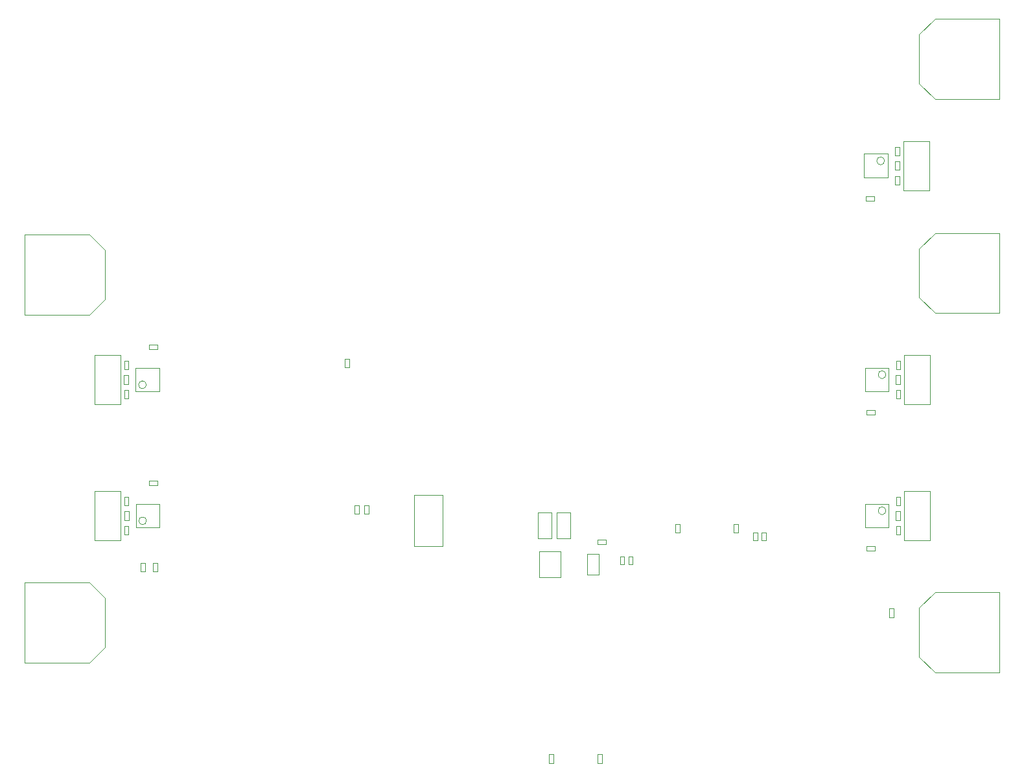
<source format=gbr>
G04 Layer_Color=16711935*
%FSLAX23Y23*%
%MOIN*%
%TF.FileFunction,Other,Mechanical_13*%
%TF.Part,Single*%
G01*
G75*
%TA.AperFunction,NonConductor*%
%ADD51C,0.004*%
D51*
X1915Y626D02*
G03*
X1915Y626I-20J0D01*
G01*
X-1881Y-1226D02*
G03*
X-1881Y-1226I-20J0D01*
G01*
X-1882Y-526D02*
G03*
X-1882Y-526I-20J0D01*
G01*
X1922Y-1174D02*
G03*
X1922Y-1174I-20J0D01*
G01*
Y-474D02*
G03*
X1922Y-474I-20J0D01*
G01*
X1823Y-681D02*
Y-658D01*
X1867Y-681D02*
Y-658D01*
X1823D02*
X1867D01*
X1823Y-681D02*
X1867D01*
X1969Y505D02*
Y546D01*
X1991Y505D02*
Y546D01*
X1969Y505D02*
X1991D01*
X1969Y546D02*
X1991D01*
X2013Y472D02*
Y728D01*
X2147Y472D02*
Y728D01*
X2013Y472D02*
X2147D01*
X2013Y728D02*
X2147D01*
X1809Y540D02*
Y662D01*
X1931Y540D02*
Y662D01*
X1809Y540D02*
X1931D01*
X1809Y662D02*
X1931D01*
X1818Y420D02*
Y443D01*
X1862Y420D02*
Y443D01*
X1818D02*
X1862D01*
X1818Y420D02*
X1862D01*
X1968Y579D02*
X1992D01*
X1968Y622D02*
X1992D01*
X1968Y579D02*
Y622D01*
X1992Y579D02*
Y622D01*
X1991Y655D02*
Y696D01*
X1969Y655D02*
Y696D01*
X1991D01*
X1969Y655D02*
X1991D01*
X-1912Y-1487D02*
Y-1443D01*
X-1888Y-1487D02*
Y-1443D01*
X-1912Y-1487D02*
X-1888D01*
X-1912Y-1443D02*
X-1888D01*
X-1847Y-1487D02*
Y-1443D01*
X-1823Y-1487D02*
Y-1443D01*
X-1847Y-1487D02*
X-1823D01*
X-1847Y-1443D02*
X-1823D01*
X188Y-2472D02*
Y-2428D01*
X212Y-2472D02*
Y-2428D01*
X188Y-2472D02*
X212D01*
X188Y-2428D02*
X212D01*
X438Y-2472D02*
Y-2428D01*
X462Y-2472D02*
Y-2428D01*
X438Y-2472D02*
X462D01*
X438Y-2428D02*
X462D01*
X-838Y-437D02*
Y-394D01*
X-862Y-437D02*
Y-394D01*
X-838D01*
X-862Y-437D02*
X-838D01*
X-504Y-1356D02*
Y-1093D01*
X-358Y-1356D02*
Y-1093D01*
X-504D02*
X-358D01*
X-504Y-1356D02*
X-358D01*
X862Y-1287D02*
Y-1244D01*
X838Y-1287D02*
Y-1244D01*
X862D01*
X838Y-1287D02*
X862D01*
X1138D02*
Y-1244D01*
X1162Y-1287D02*
Y-1244D01*
X1138Y-1287D02*
X1162D01*
X1138Y-1244D02*
X1162D01*
X1962Y-1722D02*
Y-1678D01*
X1938Y-1722D02*
Y-1678D01*
X1962D01*
X1938Y-1722D02*
X1962D01*
X1283Y-1328D02*
Y-1287D01*
X1304Y-1328D02*
Y-1287D01*
X1283Y-1328D02*
X1304D01*
X1283Y-1287D02*
X1304D01*
X1261Y-1328D02*
Y-1287D01*
X1239Y-1328D02*
Y-1287D01*
X1261D01*
X1239Y-1328D02*
X1261D01*
X-1996Y-1178D02*
X-1972D01*
X-1996Y-1222D02*
X-1972D01*
Y-1178D01*
X-1996Y-1222D02*
Y-1178D01*
X1973Y-1222D02*
X1997D01*
X1973Y-1178D02*
X1997D01*
X1973Y-1222D02*
Y-1178D01*
X1997Y-1222D02*
Y-1178D01*
X1973Y-522D02*
X1997D01*
X1973Y-478D02*
X1997D01*
X1973Y-522D02*
Y-478D01*
X1997Y-522D02*
Y-478D01*
X-1823Y-1042D02*
Y-1019D01*
X-1867Y-1042D02*
Y-1019D01*
Y-1042D02*
X-1823D01*
X-1867Y-1019D02*
X-1823D01*
Y-342D02*
Y-319D01*
X-1867Y-342D02*
Y-319D01*
Y-342D02*
X-1823D01*
X-1867Y-319D02*
X-1823D01*
X1823Y-1381D02*
Y-1358D01*
X1867Y-1381D02*
Y-1358D01*
X1823D02*
X1867D01*
X1823Y-1381D02*
X1867D01*
X-1814Y-1261D02*
Y-1139D01*
X-1936Y-1261D02*
Y-1139D01*
X-1814D01*
X-1936Y-1261D02*
X-1814D01*
X-1815Y-561D02*
Y-439D01*
X-1937Y-561D02*
Y-439D01*
X-1815D01*
X-1937Y-561D02*
X-1815D01*
X1815Y-1261D02*
Y-1139D01*
X1937Y-1261D02*
Y-1139D01*
X1815Y-1261D02*
X1937D01*
X1815Y-1139D02*
X1937D01*
X1815Y-561D02*
Y-439D01*
X1937Y-561D02*
Y-439D01*
X1815Y-561D02*
X1937D01*
X1815Y-439D02*
X1937D01*
X-2013Y-1328D02*
Y-1072D01*
X-2147Y-1328D02*
Y-1072D01*
X-2013D01*
X-2147Y-1328D02*
X-2013D01*
X-2014Y-628D02*
Y-372D01*
X-2148Y-628D02*
Y-372D01*
X-2014D01*
X-2148Y-628D02*
X-2014D01*
X2014Y-1328D02*
Y-1072D01*
X2148Y-1328D02*
Y-1072D01*
X2014Y-1328D02*
X2148D01*
X2014Y-1072D02*
X2148D01*
X2014Y-628D02*
Y-372D01*
X2148Y-628D02*
Y-372D01*
X2014Y-628D02*
X2148D01*
X2014Y-372D02*
X2148D01*
X-1973Y-1146D02*
Y-1104D01*
X-1995Y-1146D02*
Y-1104D01*
X-1973D01*
X-1995Y-1146D02*
X-1973D01*
X-1974Y-446D02*
Y-404D01*
X-1996Y-446D02*
Y-404D01*
X-1974D01*
X-1996Y-446D02*
X-1974D01*
X1974Y-1296D02*
Y-1254D01*
X1996Y-1296D02*
Y-1254D01*
X1974Y-1296D02*
X1996D01*
X1974Y-1254D02*
X1996D01*
X1974Y-596D02*
Y-554D01*
X1996Y-596D02*
Y-554D01*
X1974Y-596D02*
X1996D01*
X1974Y-554D02*
X1996D01*
X2093Y1276D02*
X2174Y1357D01*
X2507D01*
Y943D02*
Y1357D01*
X2174Y943D02*
X2507D01*
X2093Y1024D02*
X2174Y943D01*
X2093Y1024D02*
Y1276D01*
X-1996Y-596D02*
Y-554D01*
X-1974Y-596D02*
Y-554D01*
X-1996Y-596D02*
X-1974D01*
X-1996Y-554D02*
X-1974D01*
X-1997Y-478D02*
X-1973D01*
X-1997Y-522D02*
X-1973D01*
Y-478D01*
X-1997Y-522D02*
Y-478D01*
X-1995Y-1296D02*
Y-1254D01*
X-1973Y-1296D02*
Y-1254D01*
X-1995Y-1296D02*
X-1973D01*
X-1995Y-1254D02*
X-1973D01*
X1996Y-446D02*
Y-404D01*
X1974Y-446D02*
Y-404D01*
X1996D01*
X1974Y-446D02*
X1996D01*
Y-1146D02*
Y-1104D01*
X1974Y-1146D02*
Y-1104D01*
X1996D01*
X1974Y-1146D02*
X1996D01*
X131Y-1316D02*
X202D01*
X131Y-1182D02*
X202D01*
X131Y-1316D02*
Y-1182D01*
X202Y-1316D02*
Y-1182D01*
X230Y-1316D02*
X300D01*
X230Y-1182D02*
X300D01*
X230Y-1316D02*
Y-1182D01*
X300Y-1316D02*
Y-1182D01*
X386Y-1504D02*
Y-1396D01*
X444Y-1504D02*
Y-1396D01*
X386D02*
X444D01*
X386Y-1504D02*
X444D01*
X140Y-1383D02*
X250D01*
X140Y-1517D02*
X250D01*
Y-1383D01*
X140Y-1517D02*
Y-1383D01*
X554Y-1409D02*
X576D01*
X554Y-1451D02*
X576D01*
Y-1409D01*
X554Y-1451D02*
Y-1409D01*
X598Y-1451D02*
X619D01*
X598Y-1409D02*
X619D01*
X598Y-1451D02*
Y-1409D01*
X619Y-1451D02*
Y-1409D01*
X438Y-1323D02*
X482D01*
X438Y-1347D02*
X482D01*
X438D02*
Y-1323D01*
X482Y-1347D02*
Y-1323D01*
X-2174Y-1957D02*
X-2093Y-1876D01*
X-2507Y-1957D02*
X-2174D01*
X-2507D02*
Y-1543D01*
X-2174D01*
X-2093Y-1624D01*
Y-1876D02*
Y-1624D01*
X-2174Y-166D02*
X-2093Y-85D01*
X-2507Y-166D02*
X-2174D01*
X-2507D02*
Y248D01*
X-2174D01*
X-2093Y167D01*
Y-85D02*
Y167D01*
X2093Y-1674D02*
X2174Y-1593D01*
X2507D01*
Y-2007D02*
Y-1593D01*
X2174Y-2007D02*
X2507D01*
X2093Y-1926D02*
X2174Y-2007D01*
X2093Y-1926D02*
Y-1674D01*
Y174D02*
X2174Y255D01*
X2507D01*
Y-158D02*
Y255D01*
X2174Y-158D02*
X2507D01*
X2093Y-78D02*
X2174Y-158D01*
X2093Y-78D02*
Y174D01*
X-762Y-1191D02*
X-738D01*
X-762Y-1148D02*
X-738D01*
X-762Y-1191D02*
Y-1148D01*
X-738Y-1191D02*
Y-1148D01*
X-812Y-1191D02*
X-788D01*
X-812Y-1148D02*
X-788D01*
X-812Y-1191D02*
Y-1148D01*
X-788Y-1191D02*
Y-1148D01*
%TF.MD5,95f7bb9326d1494d427409cc90b054ab*%
M02*

</source>
